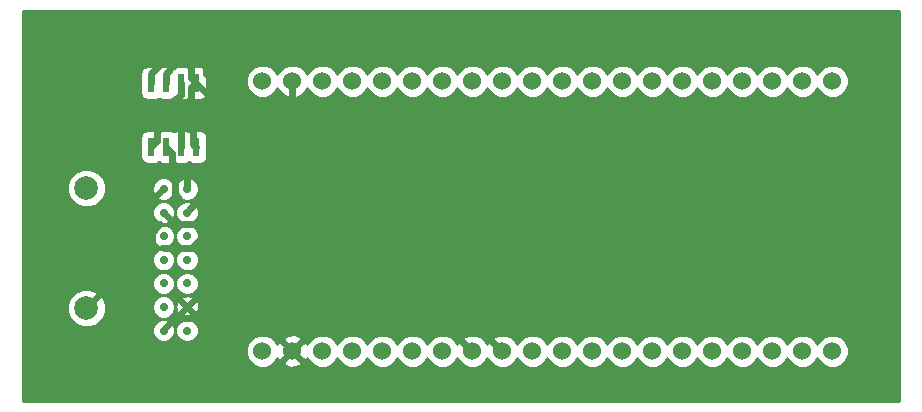
<source format=gtl>
G04 #@! TF.FileFunction,Copper,L1,Top,Signal*
%FSLAX46Y46*%
G04 Gerber Fmt 4.6, Leading zero omitted, Abs format (unit mm)*
G04 Created by KiCad (PCBNEW 4.0.0-rc2-stable) date 3/7/2016 10:16:44 PM*
%MOMM*%
G01*
G04 APERTURE LIST*
%ADD10C,0.600000*%
%ADD11C,1.524000*%
%ADD12R,0.600000X1.550000*%
%ADD13C,0.700000*%
%ADD14C,1.998980*%
%ADD15C,0.600000*%
%ADD16C,0.254000*%
G04 APERTURE END LIST*
D10*
D11*
X149771100Y-129133600D03*
X152311100Y-129133600D03*
X154851100Y-129133600D03*
X157391100Y-129133600D03*
X159931100Y-129133600D03*
X162471100Y-129133600D03*
X165011100Y-129133600D03*
X167551100Y-129133600D03*
X170091100Y-129133600D03*
X172631100Y-129133600D03*
X175171100Y-129133600D03*
X177711100Y-129133600D03*
X180251100Y-129133600D03*
X182791100Y-129133600D03*
X185331100Y-129133600D03*
X187871100Y-129133600D03*
X190411100Y-129133600D03*
X192951100Y-129133600D03*
X195491100Y-129133600D03*
X198031100Y-129133600D03*
X198031100Y-106273600D03*
X195491100Y-106273600D03*
X192951100Y-106273600D03*
X190411100Y-106273600D03*
X187871100Y-106273600D03*
X185331100Y-106273600D03*
X182791100Y-106273600D03*
X180251100Y-106273600D03*
X177711100Y-106273600D03*
X175171100Y-106273600D03*
X172631100Y-106273600D03*
X170091100Y-106273600D03*
X167551100Y-106273600D03*
X165011100Y-106273600D03*
X162471100Y-106273600D03*
X159931100Y-106273600D03*
X157391100Y-106273600D03*
X154851100Y-106273600D03*
X152311100Y-106273600D03*
X149771100Y-106273600D03*
D12*
X140373100Y-111848900D03*
X141643100Y-111848900D03*
X142913100Y-111848900D03*
X144183100Y-111848900D03*
X144183100Y-106448900D03*
X142913100Y-106448900D03*
X141643100Y-106448900D03*
X140373100Y-106448900D03*
D13*
X141408400Y-115406400D03*
X141408400Y-117406400D03*
X141408400Y-119406400D03*
X141408400Y-121406400D03*
X141408400Y-123406400D03*
X141408400Y-125406400D03*
X141408400Y-127406400D03*
X143408400Y-127406400D03*
X143408400Y-125406400D03*
X143408400Y-123406400D03*
X143408400Y-121406400D03*
X143408400Y-119406400D03*
X143408400Y-117406400D03*
X143408400Y-115406400D03*
D14*
X134874000Y-125501400D03*
X134874000Y-115341400D03*
D15*
X145415000Y-107569000D03*
X143383000Y-104775000D03*
X141224000Y-104775000D03*
X154686000Y-123317000D03*
X160528000Y-123317000D03*
X140843000Y-108839000D03*
X143891000Y-110363000D03*
X142875000Y-116459000D03*
X147320000Y-113030000D03*
X143383000Y-113665000D03*
X141859000Y-109855000D03*
X141097000Y-118364000D03*
X153924000Y-116332000D03*
X161544000Y-122936000D03*
X143764000Y-118364000D03*
X139192000Y-118745000D03*
X141478000Y-120396000D03*
X146812000Y-117348000D03*
X167640000Y-126746000D03*
D10*
X145415000Y-107569000D02*
X145288000Y-107569000D01*
X145288000Y-107569000D02*
X144145000Y-106426000D01*
X144145000Y-106426000D02*
X144183100Y-106448900D01*
X144183100Y-106448900D02*
X144145000Y-106426000D01*
X144145000Y-106426000D02*
X143764000Y-106807000D01*
X143764000Y-106807000D02*
X143764000Y-107823000D01*
X143764000Y-107823000D02*
X142875000Y-108712000D01*
X142875000Y-108712000D02*
X142875000Y-111887000D01*
X142875000Y-111887000D02*
X142913100Y-111848900D01*
X144183100Y-106448900D02*
X144145000Y-106426000D01*
X144145000Y-106426000D02*
X143764000Y-106045000D01*
X143764000Y-106045000D02*
X143764000Y-105156000D01*
X143764000Y-105156000D02*
X143383000Y-104775000D01*
X141224000Y-104775000D02*
X140335000Y-105664000D01*
X140335000Y-105664000D02*
X140335000Y-106426000D01*
X140335000Y-106426000D02*
X140373100Y-106448900D01*
X154686000Y-123317000D02*
X160528000Y-123317000D01*
X140373100Y-111848900D02*
X140843000Y-111379000D01*
X140843000Y-111379000D02*
X140843000Y-108839000D01*
X144183100Y-111848900D02*
X144018000Y-111760000D01*
X144018000Y-111760000D02*
X143891000Y-111633000D01*
X143891000Y-111633000D02*
X143891000Y-110363000D01*
X141643100Y-111848900D02*
X141732000Y-112014000D01*
X141732000Y-112014000D02*
X142113000Y-112395000D01*
X142113000Y-112395000D02*
X142113000Y-113157000D01*
X142113000Y-113157000D02*
X142367000Y-113411000D01*
X142367000Y-113411000D02*
X142367000Y-115697000D01*
X142367000Y-115697000D02*
X142494000Y-115824000D01*
X142494000Y-115824000D02*
X142494000Y-115951000D01*
X142494000Y-115951000D02*
X142621000Y-116078000D01*
X142621000Y-116078000D02*
X142621000Y-116205000D01*
X142621000Y-116205000D02*
X142875000Y-116459000D01*
X147320000Y-113030000D02*
X152273000Y-108077000D01*
X152273000Y-108077000D02*
X152273000Y-106299000D01*
X152273000Y-106299000D02*
X152311100Y-106273600D01*
X143408400Y-115406400D02*
X143383000Y-115443000D01*
X143383000Y-115443000D02*
X143383000Y-113665000D01*
X141859000Y-109855000D02*
X141859000Y-108458000D01*
X141859000Y-108458000D02*
X141986000Y-108331000D01*
X141986000Y-108331000D02*
X141986000Y-108204000D01*
X141986000Y-108204000D02*
X142113000Y-108077000D01*
X142113000Y-108077000D02*
X142113000Y-107950000D01*
X142113000Y-107950000D02*
X142240000Y-107950000D01*
X142240000Y-107950000D02*
X142367000Y-107823000D01*
X142367000Y-107823000D02*
X142494000Y-107823000D01*
X142494000Y-107823000D02*
X142875000Y-107442000D01*
X142875000Y-107442000D02*
X142875000Y-106426000D01*
X142875000Y-106426000D02*
X142913100Y-106448900D01*
X134874000Y-125501400D02*
X134874000Y-125476000D01*
X134874000Y-125476000D02*
X140462000Y-119888000D01*
X140462000Y-119888000D02*
X140462000Y-119126000D01*
X140462000Y-119126000D02*
X140589000Y-118999000D01*
X140589000Y-118999000D02*
X140589000Y-118872000D01*
X140589000Y-118872000D02*
X141097000Y-118364000D01*
X143408400Y-117406400D02*
X143383000Y-117348000D01*
X143383000Y-117348000D02*
X146304000Y-114427000D01*
X146304000Y-114427000D02*
X146304000Y-107061000D01*
X146304000Y-107061000D02*
X146177000Y-106934000D01*
X146177000Y-106934000D02*
X146177000Y-106807000D01*
X146177000Y-106807000D02*
X145034000Y-105664000D01*
X145034000Y-105664000D02*
X145034000Y-105156000D01*
X145034000Y-105156000D02*
X144653000Y-104775000D01*
X144653000Y-104775000D02*
X144653000Y-104648000D01*
X144653000Y-104648000D02*
X144526000Y-104521000D01*
X144526000Y-104521000D02*
X144526000Y-104394000D01*
X144526000Y-104394000D02*
X144399000Y-104394000D01*
X144399000Y-104394000D02*
X144272000Y-104267000D01*
X144272000Y-104267000D02*
X144145000Y-104267000D01*
X144145000Y-104267000D02*
X143637000Y-103759000D01*
X143637000Y-103759000D02*
X143129000Y-103759000D01*
X143129000Y-103759000D02*
X142113000Y-104775000D01*
X142113000Y-104775000D02*
X142113000Y-105029000D01*
X142113000Y-105029000D02*
X141986000Y-105156000D01*
X141986000Y-105156000D02*
X141986000Y-105283000D01*
X141986000Y-105283000D02*
X141605000Y-105664000D01*
X141605000Y-105664000D02*
X141605000Y-106426000D01*
X141605000Y-106426000D02*
X141643100Y-106448900D01*
X153924000Y-116332000D02*
X144145000Y-126111000D01*
X144145000Y-126111000D02*
X144018000Y-126111000D01*
X144018000Y-126111000D02*
X143891000Y-126238000D01*
X143891000Y-126238000D02*
X143764000Y-126238000D01*
X143764000Y-126238000D02*
X143637000Y-126365000D01*
X143637000Y-126365000D02*
X142367000Y-126365000D01*
X142367000Y-126365000D02*
X141351000Y-127381000D01*
X141351000Y-127381000D02*
X141408400Y-127406400D01*
X167551100Y-129133600D02*
X167513000Y-129159000D01*
X167513000Y-129159000D02*
X161544000Y-123190000D01*
X161544000Y-123190000D02*
X161544000Y-122936000D01*
X143764000Y-118364000D02*
X142367000Y-118364000D01*
X142367000Y-118364000D02*
X141351000Y-117348000D01*
X141351000Y-117348000D02*
X141408400Y-117406400D01*
X141408400Y-115406400D02*
X141351000Y-115443000D01*
X141351000Y-115443000D02*
X139192000Y-117602000D01*
X139192000Y-117602000D02*
X139192000Y-118745000D01*
X141478000Y-120396000D02*
X143764000Y-120396000D01*
X143764000Y-120396000D02*
X146812000Y-117348000D01*
X167640000Y-126746000D02*
X170053000Y-129159000D01*
X170053000Y-129159000D02*
X170091100Y-129133600D01*
D16*
G36*
X203695300Y-133337300D02*
X129552700Y-133337300D01*
X129552700Y-129410261D01*
X148373858Y-129410261D01*
X148586090Y-129923903D01*
X148978730Y-130317229D01*
X149492000Y-130530357D01*
X150047761Y-130530842D01*
X150561403Y-130318610D01*
X150766557Y-130113813D01*
X151510492Y-130113813D01*
X151579957Y-130355997D01*
X152103402Y-130542744D01*
X152658468Y-130514962D01*
X153042243Y-130355997D01*
X153111708Y-130113813D01*
X152311100Y-129313205D01*
X151510492Y-130113813D01*
X150766557Y-130113813D01*
X150954729Y-129925970D01*
X151034495Y-129733873D01*
X151088703Y-129864743D01*
X151330887Y-129934208D01*
X152131495Y-129133600D01*
X152490705Y-129133600D01*
X153291313Y-129934208D01*
X153533497Y-129864743D01*
X153583609Y-129724282D01*
X153666090Y-129923903D01*
X154058730Y-130317229D01*
X154572000Y-130530357D01*
X155127761Y-130530842D01*
X155641403Y-130318610D01*
X156034729Y-129925970D01*
X156121049Y-129718088D01*
X156206090Y-129923903D01*
X156598730Y-130317229D01*
X157112000Y-130530357D01*
X157667761Y-130530842D01*
X158181403Y-130318610D01*
X158574729Y-129925970D01*
X158661049Y-129718088D01*
X158746090Y-129923903D01*
X159138730Y-130317229D01*
X159652000Y-130530357D01*
X160207761Y-130530842D01*
X160721403Y-130318610D01*
X161114729Y-129925970D01*
X161201049Y-129718088D01*
X161286090Y-129923903D01*
X161678730Y-130317229D01*
X162192000Y-130530357D01*
X162747761Y-130530842D01*
X163261403Y-130318610D01*
X163654729Y-129925970D01*
X163741049Y-129718088D01*
X163826090Y-129923903D01*
X164218730Y-130317229D01*
X164732000Y-130530357D01*
X165287761Y-130530842D01*
X165801403Y-130318610D01*
X166194729Y-129925970D01*
X166281049Y-129718088D01*
X166366090Y-129923903D01*
X166758730Y-130317229D01*
X167272000Y-130530357D01*
X167827761Y-130530842D01*
X168341403Y-130318610D01*
X168734729Y-129925970D01*
X168821049Y-129718088D01*
X168906090Y-129923903D01*
X169298730Y-130317229D01*
X169812000Y-130530357D01*
X170367761Y-130530842D01*
X170881403Y-130318610D01*
X171274729Y-129925970D01*
X171361049Y-129718088D01*
X171446090Y-129923903D01*
X171838730Y-130317229D01*
X172352000Y-130530357D01*
X172907761Y-130530842D01*
X173421403Y-130318610D01*
X173814729Y-129925970D01*
X173901049Y-129718088D01*
X173986090Y-129923903D01*
X174378730Y-130317229D01*
X174892000Y-130530357D01*
X175447761Y-130530842D01*
X175961403Y-130318610D01*
X176354729Y-129925970D01*
X176441049Y-129718088D01*
X176526090Y-129923903D01*
X176918730Y-130317229D01*
X177432000Y-130530357D01*
X177987761Y-130530842D01*
X178501403Y-130318610D01*
X178894729Y-129925970D01*
X178981049Y-129718088D01*
X179066090Y-129923903D01*
X179458730Y-130317229D01*
X179972000Y-130530357D01*
X180527761Y-130530842D01*
X181041403Y-130318610D01*
X181434729Y-129925970D01*
X181521049Y-129718088D01*
X181606090Y-129923903D01*
X181998730Y-130317229D01*
X182512000Y-130530357D01*
X183067761Y-130530842D01*
X183581403Y-130318610D01*
X183974729Y-129925970D01*
X184061049Y-129718088D01*
X184146090Y-129923903D01*
X184538730Y-130317229D01*
X185052000Y-130530357D01*
X185607761Y-130530842D01*
X186121403Y-130318610D01*
X186514729Y-129925970D01*
X186601049Y-129718088D01*
X186686090Y-129923903D01*
X187078730Y-130317229D01*
X187592000Y-130530357D01*
X188147761Y-130530842D01*
X188661403Y-130318610D01*
X189054729Y-129925970D01*
X189141049Y-129718088D01*
X189226090Y-129923903D01*
X189618730Y-130317229D01*
X190132000Y-130530357D01*
X190687761Y-130530842D01*
X191201403Y-130318610D01*
X191594729Y-129925970D01*
X191681049Y-129718088D01*
X191766090Y-129923903D01*
X192158730Y-130317229D01*
X192672000Y-130530357D01*
X193227761Y-130530842D01*
X193741403Y-130318610D01*
X194134729Y-129925970D01*
X194221049Y-129718088D01*
X194306090Y-129923903D01*
X194698730Y-130317229D01*
X195212000Y-130530357D01*
X195767761Y-130530842D01*
X196281403Y-130318610D01*
X196674729Y-129925970D01*
X196761049Y-129718088D01*
X196846090Y-129923903D01*
X197238730Y-130317229D01*
X197752000Y-130530357D01*
X198307761Y-130530842D01*
X198821403Y-130318610D01*
X199214729Y-129925970D01*
X199427857Y-129412700D01*
X199428342Y-128856939D01*
X199216110Y-128343297D01*
X198823470Y-127949971D01*
X198310200Y-127736843D01*
X197754439Y-127736358D01*
X197240797Y-127948590D01*
X196847471Y-128341230D01*
X196761151Y-128549112D01*
X196676110Y-128343297D01*
X196283470Y-127949971D01*
X195770200Y-127736843D01*
X195214439Y-127736358D01*
X194700797Y-127948590D01*
X194307471Y-128341230D01*
X194221151Y-128549112D01*
X194136110Y-128343297D01*
X193743470Y-127949971D01*
X193230200Y-127736843D01*
X192674439Y-127736358D01*
X192160797Y-127948590D01*
X191767471Y-128341230D01*
X191681151Y-128549112D01*
X191596110Y-128343297D01*
X191203470Y-127949971D01*
X190690200Y-127736843D01*
X190134439Y-127736358D01*
X189620797Y-127948590D01*
X189227471Y-128341230D01*
X189141151Y-128549112D01*
X189056110Y-128343297D01*
X188663470Y-127949971D01*
X188150200Y-127736843D01*
X187594439Y-127736358D01*
X187080797Y-127948590D01*
X186687471Y-128341230D01*
X186601151Y-128549112D01*
X186516110Y-128343297D01*
X186123470Y-127949971D01*
X185610200Y-127736843D01*
X185054439Y-127736358D01*
X184540797Y-127948590D01*
X184147471Y-128341230D01*
X184061151Y-128549112D01*
X183976110Y-128343297D01*
X183583470Y-127949971D01*
X183070200Y-127736843D01*
X182514439Y-127736358D01*
X182000797Y-127948590D01*
X181607471Y-128341230D01*
X181521151Y-128549112D01*
X181436110Y-128343297D01*
X181043470Y-127949971D01*
X180530200Y-127736843D01*
X179974439Y-127736358D01*
X179460797Y-127948590D01*
X179067471Y-128341230D01*
X178981151Y-128549112D01*
X178896110Y-128343297D01*
X178503470Y-127949971D01*
X177990200Y-127736843D01*
X177434439Y-127736358D01*
X176920797Y-127948590D01*
X176527471Y-128341230D01*
X176441151Y-128549112D01*
X176356110Y-128343297D01*
X175963470Y-127949971D01*
X175450200Y-127736843D01*
X174894439Y-127736358D01*
X174380797Y-127948590D01*
X173987471Y-128341230D01*
X173901151Y-128549112D01*
X173816110Y-128343297D01*
X173423470Y-127949971D01*
X172910200Y-127736843D01*
X172354439Y-127736358D01*
X171840797Y-127948590D01*
X171447471Y-128341230D01*
X171361151Y-128549112D01*
X171276110Y-128343297D01*
X170883470Y-127949971D01*
X170370200Y-127736843D01*
X169814439Y-127736358D01*
X169300797Y-127948590D01*
X168907471Y-128341230D01*
X168821151Y-128549112D01*
X168736110Y-128343297D01*
X168343470Y-127949971D01*
X167830200Y-127736843D01*
X167274439Y-127736358D01*
X166760797Y-127948590D01*
X166367471Y-128341230D01*
X166281151Y-128549112D01*
X166196110Y-128343297D01*
X165803470Y-127949971D01*
X165290200Y-127736843D01*
X164734439Y-127736358D01*
X164220797Y-127948590D01*
X163827471Y-128341230D01*
X163741151Y-128549112D01*
X163656110Y-128343297D01*
X163263470Y-127949971D01*
X162750200Y-127736843D01*
X162194439Y-127736358D01*
X161680797Y-127948590D01*
X161287471Y-128341230D01*
X161201151Y-128549112D01*
X161116110Y-128343297D01*
X160723470Y-127949971D01*
X160210200Y-127736843D01*
X159654439Y-127736358D01*
X159140797Y-127948590D01*
X158747471Y-128341230D01*
X158661151Y-128549112D01*
X158576110Y-128343297D01*
X158183470Y-127949971D01*
X157670200Y-127736843D01*
X157114439Y-127736358D01*
X156600797Y-127948590D01*
X156207471Y-128341230D01*
X156121151Y-128549112D01*
X156036110Y-128343297D01*
X155643470Y-127949971D01*
X155130200Y-127736843D01*
X154574439Y-127736358D01*
X154060797Y-127948590D01*
X153667471Y-128341230D01*
X153587705Y-128533327D01*
X153533497Y-128402457D01*
X153291313Y-128332992D01*
X152490705Y-129133600D01*
X152131495Y-129133600D01*
X151330887Y-128332992D01*
X151088703Y-128402457D01*
X151038591Y-128542918D01*
X150956110Y-128343297D01*
X150766532Y-128153387D01*
X151510492Y-128153387D01*
X152311100Y-128953995D01*
X153111708Y-128153387D01*
X153042243Y-127911203D01*
X152518798Y-127724456D01*
X151963732Y-127752238D01*
X151579957Y-127911203D01*
X151510492Y-128153387D01*
X150766532Y-128153387D01*
X150563470Y-127949971D01*
X150050200Y-127736843D01*
X149494439Y-127736358D01*
X148980797Y-127948590D01*
X148587471Y-128341230D01*
X148374343Y-128854500D01*
X148373858Y-129410261D01*
X129552700Y-129410261D01*
X129552700Y-127601469D01*
X140423230Y-127601469D01*
X140572871Y-127963629D01*
X140849714Y-128240955D01*
X141211612Y-128391228D01*
X141603469Y-128391570D01*
X141965629Y-128241929D01*
X142242955Y-127965086D01*
X142393228Y-127603188D01*
X142393229Y-127601469D01*
X142423230Y-127601469D01*
X142572871Y-127963629D01*
X142849714Y-128240955D01*
X143211612Y-128391228D01*
X143603469Y-128391570D01*
X143965629Y-128241929D01*
X144242955Y-127965086D01*
X144393228Y-127603188D01*
X144393570Y-127211331D01*
X144243929Y-126849171D01*
X143967086Y-126571845D01*
X143605188Y-126421572D01*
X143213331Y-126421230D01*
X142851171Y-126570871D01*
X142573845Y-126847714D01*
X142423572Y-127209612D01*
X142423230Y-127601469D01*
X142393229Y-127601469D01*
X142393570Y-127211331D01*
X142243929Y-126849171D01*
X141967086Y-126571845D01*
X141605188Y-126421572D01*
X141213331Y-126421230D01*
X140851171Y-126570871D01*
X140573845Y-126847714D01*
X140423572Y-127209612D01*
X140423230Y-127601469D01*
X129552700Y-127601469D01*
X129552700Y-125825094D01*
X133239226Y-125825094D01*
X133487538Y-126426055D01*
X133946927Y-126886246D01*
X134547453Y-127135606D01*
X135197694Y-127136174D01*
X135798655Y-126887862D01*
X136258846Y-126428473D01*
X136508206Y-125827947D01*
X136508403Y-125601469D01*
X140423230Y-125601469D01*
X140572871Y-125963629D01*
X140849714Y-126240955D01*
X141211612Y-126391228D01*
X141603469Y-126391570D01*
X141965629Y-126241929D01*
X142120515Y-126087312D01*
X142907093Y-126087312D01*
X142925573Y-126287020D01*
X143299325Y-126404757D01*
X143689682Y-126370503D01*
X143891227Y-126287020D01*
X143909707Y-126087312D01*
X143408400Y-125586005D01*
X142907093Y-126087312D01*
X142120515Y-126087312D01*
X142242955Y-125965086D01*
X142393228Y-125603188D01*
X142393494Y-125297325D01*
X142410043Y-125297325D01*
X142444297Y-125687682D01*
X142527780Y-125889227D01*
X142727488Y-125907707D01*
X143228795Y-125406400D01*
X143588005Y-125406400D01*
X144089312Y-125907707D01*
X144289020Y-125889227D01*
X144406757Y-125515475D01*
X144372503Y-125125118D01*
X144289020Y-124923573D01*
X144089312Y-124905093D01*
X143588005Y-125406400D01*
X143228795Y-125406400D01*
X142727488Y-124905093D01*
X142527780Y-124923573D01*
X142410043Y-125297325D01*
X142393494Y-125297325D01*
X142393570Y-125211331D01*
X142243929Y-124849171D01*
X142120462Y-124725488D01*
X142907093Y-124725488D01*
X143408400Y-125226795D01*
X143909707Y-124725488D01*
X143891227Y-124525780D01*
X143517475Y-124408043D01*
X143127118Y-124442297D01*
X142925573Y-124525780D01*
X142907093Y-124725488D01*
X142120462Y-124725488D01*
X141967086Y-124571845D01*
X141605188Y-124421572D01*
X141213331Y-124421230D01*
X140851171Y-124570871D01*
X140573845Y-124847714D01*
X140423572Y-125209612D01*
X140423230Y-125601469D01*
X136508403Y-125601469D01*
X136508774Y-125177706D01*
X136260462Y-124576745D01*
X135801073Y-124116554D01*
X135200547Y-123867194D01*
X134550306Y-123866626D01*
X133949345Y-124114938D01*
X133489154Y-124574327D01*
X133239794Y-125174853D01*
X133239226Y-125825094D01*
X129552700Y-125825094D01*
X129552700Y-123601469D01*
X140423230Y-123601469D01*
X140572871Y-123963629D01*
X140849714Y-124240955D01*
X141211612Y-124391228D01*
X141603469Y-124391570D01*
X141965629Y-124241929D01*
X142242955Y-123965086D01*
X142393228Y-123603188D01*
X142393229Y-123601469D01*
X142423230Y-123601469D01*
X142572871Y-123963629D01*
X142849714Y-124240955D01*
X143211612Y-124391228D01*
X143603469Y-124391570D01*
X143965629Y-124241929D01*
X144242955Y-123965086D01*
X144393228Y-123603188D01*
X144393570Y-123211331D01*
X144243929Y-122849171D01*
X143967086Y-122571845D01*
X143605188Y-122421572D01*
X143213331Y-122421230D01*
X142851171Y-122570871D01*
X142573845Y-122847714D01*
X142423572Y-123209612D01*
X142423230Y-123601469D01*
X142393229Y-123601469D01*
X142393570Y-123211331D01*
X142243929Y-122849171D01*
X141967086Y-122571845D01*
X141605188Y-122421572D01*
X141213331Y-122421230D01*
X140851171Y-122570871D01*
X140573845Y-122847714D01*
X140423572Y-123209612D01*
X140423230Y-123601469D01*
X129552700Y-123601469D01*
X129552700Y-121601469D01*
X140423230Y-121601469D01*
X140572871Y-121963629D01*
X140849714Y-122240955D01*
X141211612Y-122391228D01*
X141603469Y-122391570D01*
X141965629Y-122241929D01*
X142242955Y-121965086D01*
X142393228Y-121603188D01*
X142393229Y-121601469D01*
X142423230Y-121601469D01*
X142572871Y-121963629D01*
X142849714Y-122240955D01*
X143211612Y-122391228D01*
X143603469Y-122391570D01*
X143965629Y-122241929D01*
X144242955Y-121965086D01*
X144393228Y-121603188D01*
X144393570Y-121211331D01*
X144243929Y-120849171D01*
X143967086Y-120571845D01*
X143605188Y-120421572D01*
X143213331Y-120421230D01*
X142851171Y-120570871D01*
X142573845Y-120847714D01*
X142423572Y-121209612D01*
X142423230Y-121601469D01*
X142393229Y-121601469D01*
X142393570Y-121211331D01*
X142243929Y-120849171D01*
X141967086Y-120571845D01*
X141605188Y-120421572D01*
X141213331Y-120421230D01*
X140851171Y-120570871D01*
X140573845Y-120847714D01*
X140423572Y-121209612D01*
X140423230Y-121601469D01*
X129552700Y-121601469D01*
X129552700Y-119601469D01*
X140423230Y-119601469D01*
X140572871Y-119963629D01*
X140849714Y-120240955D01*
X141211612Y-120391228D01*
X141603469Y-120391570D01*
X141965629Y-120241929D01*
X142242955Y-119965086D01*
X142393228Y-119603188D01*
X142393229Y-119601469D01*
X142423230Y-119601469D01*
X142572871Y-119963629D01*
X142849714Y-120240955D01*
X143211612Y-120391228D01*
X143603469Y-120391570D01*
X143965629Y-120241929D01*
X144242955Y-119965086D01*
X144393228Y-119603188D01*
X144393570Y-119211331D01*
X144243929Y-118849171D01*
X143967086Y-118571845D01*
X143605188Y-118421572D01*
X143213331Y-118421230D01*
X142851171Y-118570871D01*
X142573845Y-118847714D01*
X142423572Y-119209612D01*
X142423230Y-119601469D01*
X142393229Y-119601469D01*
X142393570Y-119211331D01*
X142243929Y-118849171D01*
X141967086Y-118571845D01*
X141605188Y-118421572D01*
X141213331Y-118421230D01*
X140851171Y-118570871D01*
X140573845Y-118847714D01*
X140423572Y-119209612D01*
X140423230Y-119601469D01*
X129552700Y-119601469D01*
X129552700Y-117601469D01*
X140423230Y-117601469D01*
X140572871Y-117963629D01*
X140849714Y-118240955D01*
X141211612Y-118391228D01*
X141603469Y-118391570D01*
X141965629Y-118241929D01*
X142242955Y-117965086D01*
X142393228Y-117603188D01*
X142393229Y-117601469D01*
X142423230Y-117601469D01*
X142572871Y-117963629D01*
X142849714Y-118240955D01*
X143211612Y-118391228D01*
X143603469Y-118391570D01*
X143965629Y-118241929D01*
X144242955Y-117965086D01*
X144393228Y-117603188D01*
X144393570Y-117211331D01*
X144243929Y-116849171D01*
X143967086Y-116571845D01*
X143605188Y-116421572D01*
X143213331Y-116421230D01*
X142851171Y-116570871D01*
X142573845Y-116847714D01*
X142423572Y-117209612D01*
X142423230Y-117601469D01*
X142393229Y-117601469D01*
X142393570Y-117211331D01*
X142243929Y-116849171D01*
X141967086Y-116571845D01*
X141605188Y-116421572D01*
X141213331Y-116421230D01*
X140851171Y-116570871D01*
X140573845Y-116847714D01*
X140423572Y-117209612D01*
X140423230Y-117601469D01*
X129552700Y-117601469D01*
X129552700Y-115665094D01*
X133239226Y-115665094D01*
X133487538Y-116266055D01*
X133946927Y-116726246D01*
X134547453Y-116975606D01*
X135197694Y-116976174D01*
X135798655Y-116727862D01*
X136258846Y-116268473D01*
X136508206Y-115667947D01*
X136508264Y-115601469D01*
X140423230Y-115601469D01*
X140572871Y-115963629D01*
X140849714Y-116240955D01*
X141211612Y-116391228D01*
X141603469Y-116391570D01*
X141965629Y-116241929D01*
X142242955Y-115965086D01*
X142393228Y-115603188D01*
X142393229Y-115601469D01*
X142423230Y-115601469D01*
X142572871Y-115963629D01*
X142849714Y-116240955D01*
X143211612Y-116391228D01*
X143603469Y-116391570D01*
X143965629Y-116241929D01*
X144242955Y-115965086D01*
X144393228Y-115603188D01*
X144393570Y-115211331D01*
X144243929Y-114849171D01*
X143967086Y-114571845D01*
X143605188Y-114421572D01*
X143213331Y-114421230D01*
X142851171Y-114570871D01*
X142573845Y-114847714D01*
X142423572Y-115209612D01*
X142423230Y-115601469D01*
X142393229Y-115601469D01*
X142393570Y-115211331D01*
X142243929Y-114849171D01*
X141967086Y-114571845D01*
X141605188Y-114421572D01*
X141213331Y-114421230D01*
X140851171Y-114570871D01*
X140573845Y-114847714D01*
X140423572Y-115209612D01*
X140423230Y-115601469D01*
X136508264Y-115601469D01*
X136508774Y-115017706D01*
X136260462Y-114416745D01*
X135801073Y-113956554D01*
X135200547Y-113707194D01*
X134550306Y-113706626D01*
X133949345Y-113954938D01*
X133489154Y-114414327D01*
X133239794Y-115014853D01*
X133239226Y-115665094D01*
X129552700Y-115665094D01*
X129552700Y-111073900D01*
X139425660Y-111073900D01*
X139425660Y-112623900D01*
X139469938Y-112859217D01*
X139609010Y-113075341D01*
X139821210Y-113220331D01*
X140073100Y-113271340D01*
X140673100Y-113271340D01*
X140908417Y-113227062D01*
X141007628Y-113163222D01*
X141091210Y-113220331D01*
X141343100Y-113271340D01*
X141943100Y-113271340D01*
X142178417Y-113227062D01*
X142277628Y-113163222D01*
X142361210Y-113220331D01*
X142613100Y-113271340D01*
X143213100Y-113271340D01*
X143448417Y-113227062D01*
X143547628Y-113163222D01*
X143631210Y-113220331D01*
X143883100Y-113271340D01*
X144483100Y-113271340D01*
X144718417Y-113227062D01*
X144934541Y-113087990D01*
X145079531Y-112875790D01*
X145130540Y-112623900D01*
X145130540Y-111073900D01*
X145086262Y-110838583D01*
X144947190Y-110622459D01*
X144734990Y-110477469D01*
X144483100Y-110426460D01*
X143883100Y-110426460D01*
X143647783Y-110470738D01*
X143548572Y-110534578D01*
X143464990Y-110477469D01*
X143213100Y-110426460D01*
X142613100Y-110426460D01*
X142377783Y-110470738D01*
X142278572Y-110534578D01*
X142194990Y-110477469D01*
X141943100Y-110426460D01*
X141343100Y-110426460D01*
X141107783Y-110470738D01*
X141008572Y-110534578D01*
X140924990Y-110477469D01*
X140673100Y-110426460D01*
X140073100Y-110426460D01*
X139837783Y-110470738D01*
X139621659Y-110609810D01*
X139476669Y-110822010D01*
X139425660Y-111073900D01*
X129552700Y-111073900D01*
X129552700Y-105673900D01*
X139425660Y-105673900D01*
X139425660Y-107223900D01*
X139469938Y-107459217D01*
X139609010Y-107675341D01*
X139821210Y-107820331D01*
X140073100Y-107871340D01*
X140673100Y-107871340D01*
X140908417Y-107827062D01*
X141007628Y-107763222D01*
X141091210Y-107820331D01*
X141343100Y-107871340D01*
X141943100Y-107871340D01*
X142178417Y-107827062D01*
X142277628Y-107763222D01*
X142361210Y-107820331D01*
X142613100Y-107871340D01*
X143213100Y-107871340D01*
X143448417Y-107827062D01*
X143547628Y-107763222D01*
X143631210Y-107820331D01*
X143883100Y-107871340D01*
X144483100Y-107871340D01*
X144718417Y-107827062D01*
X144934541Y-107687990D01*
X145079531Y-107475790D01*
X145130540Y-107223900D01*
X145130540Y-106550261D01*
X148373858Y-106550261D01*
X148586090Y-107063903D01*
X148978730Y-107457229D01*
X149492000Y-107670357D01*
X150047761Y-107670842D01*
X150561403Y-107458610D01*
X150954729Y-107065970D01*
X151041049Y-106858088D01*
X151126090Y-107063903D01*
X151518730Y-107457229D01*
X152032000Y-107670357D01*
X152587761Y-107670842D01*
X153101403Y-107458610D01*
X153494729Y-107065970D01*
X153581049Y-106858088D01*
X153666090Y-107063903D01*
X154058730Y-107457229D01*
X154572000Y-107670357D01*
X155127761Y-107670842D01*
X155641403Y-107458610D01*
X156034729Y-107065970D01*
X156121049Y-106858088D01*
X156206090Y-107063903D01*
X156598730Y-107457229D01*
X157112000Y-107670357D01*
X157667761Y-107670842D01*
X158181403Y-107458610D01*
X158574729Y-107065970D01*
X158661049Y-106858088D01*
X158746090Y-107063903D01*
X159138730Y-107457229D01*
X159652000Y-107670357D01*
X160207761Y-107670842D01*
X160721403Y-107458610D01*
X161114729Y-107065970D01*
X161201049Y-106858088D01*
X161286090Y-107063903D01*
X161678730Y-107457229D01*
X162192000Y-107670357D01*
X162747761Y-107670842D01*
X163261403Y-107458610D01*
X163654729Y-107065970D01*
X163741049Y-106858088D01*
X163826090Y-107063903D01*
X164218730Y-107457229D01*
X164732000Y-107670357D01*
X165287761Y-107670842D01*
X165801403Y-107458610D01*
X166194729Y-107065970D01*
X166281049Y-106858088D01*
X166366090Y-107063903D01*
X166758730Y-107457229D01*
X167272000Y-107670357D01*
X167827761Y-107670842D01*
X168341403Y-107458610D01*
X168734729Y-107065970D01*
X168821049Y-106858088D01*
X168906090Y-107063903D01*
X169298730Y-107457229D01*
X169812000Y-107670357D01*
X170367761Y-107670842D01*
X170881403Y-107458610D01*
X171274729Y-107065970D01*
X171361049Y-106858088D01*
X171446090Y-107063903D01*
X171838730Y-107457229D01*
X172352000Y-107670357D01*
X172907761Y-107670842D01*
X173421403Y-107458610D01*
X173814729Y-107065970D01*
X173901049Y-106858088D01*
X173986090Y-107063903D01*
X174378730Y-107457229D01*
X174892000Y-107670357D01*
X175447761Y-107670842D01*
X175961403Y-107458610D01*
X176354729Y-107065970D01*
X176441049Y-106858088D01*
X176526090Y-107063903D01*
X176918730Y-107457229D01*
X177432000Y-107670357D01*
X177987761Y-107670842D01*
X178501403Y-107458610D01*
X178894729Y-107065970D01*
X178981049Y-106858088D01*
X179066090Y-107063903D01*
X179458730Y-107457229D01*
X179972000Y-107670357D01*
X180527761Y-107670842D01*
X181041403Y-107458610D01*
X181434729Y-107065970D01*
X181521049Y-106858088D01*
X181606090Y-107063903D01*
X181998730Y-107457229D01*
X182512000Y-107670357D01*
X183067761Y-107670842D01*
X183581403Y-107458610D01*
X183974729Y-107065970D01*
X184061049Y-106858088D01*
X184146090Y-107063903D01*
X184538730Y-107457229D01*
X185052000Y-107670357D01*
X185607761Y-107670842D01*
X186121403Y-107458610D01*
X186514729Y-107065970D01*
X186601049Y-106858088D01*
X186686090Y-107063903D01*
X187078730Y-107457229D01*
X187592000Y-107670357D01*
X188147761Y-107670842D01*
X188661403Y-107458610D01*
X189054729Y-107065970D01*
X189141049Y-106858088D01*
X189226090Y-107063903D01*
X189618730Y-107457229D01*
X190132000Y-107670357D01*
X190687761Y-107670842D01*
X191201403Y-107458610D01*
X191594729Y-107065970D01*
X191681049Y-106858088D01*
X191766090Y-107063903D01*
X192158730Y-107457229D01*
X192672000Y-107670357D01*
X193227761Y-107670842D01*
X193741403Y-107458610D01*
X194134729Y-107065970D01*
X194221049Y-106858088D01*
X194306090Y-107063903D01*
X194698730Y-107457229D01*
X195212000Y-107670357D01*
X195767761Y-107670842D01*
X196281403Y-107458610D01*
X196674729Y-107065970D01*
X196761049Y-106858088D01*
X196846090Y-107063903D01*
X197238730Y-107457229D01*
X197752000Y-107670357D01*
X198307761Y-107670842D01*
X198821403Y-107458610D01*
X199214729Y-107065970D01*
X199427857Y-106552700D01*
X199428342Y-105996939D01*
X199216110Y-105483297D01*
X198823470Y-105089971D01*
X198310200Y-104876843D01*
X197754439Y-104876358D01*
X197240797Y-105088590D01*
X196847471Y-105481230D01*
X196761151Y-105689112D01*
X196676110Y-105483297D01*
X196283470Y-105089971D01*
X195770200Y-104876843D01*
X195214439Y-104876358D01*
X194700797Y-105088590D01*
X194307471Y-105481230D01*
X194221151Y-105689112D01*
X194136110Y-105483297D01*
X193743470Y-105089971D01*
X193230200Y-104876843D01*
X192674439Y-104876358D01*
X192160797Y-105088590D01*
X191767471Y-105481230D01*
X191681151Y-105689112D01*
X191596110Y-105483297D01*
X191203470Y-105089971D01*
X190690200Y-104876843D01*
X190134439Y-104876358D01*
X189620797Y-105088590D01*
X189227471Y-105481230D01*
X189141151Y-105689112D01*
X189056110Y-105483297D01*
X188663470Y-105089971D01*
X188150200Y-104876843D01*
X187594439Y-104876358D01*
X187080797Y-105088590D01*
X186687471Y-105481230D01*
X186601151Y-105689112D01*
X186516110Y-105483297D01*
X186123470Y-105089971D01*
X185610200Y-104876843D01*
X185054439Y-104876358D01*
X184540797Y-105088590D01*
X184147471Y-105481230D01*
X184061151Y-105689112D01*
X183976110Y-105483297D01*
X183583470Y-105089971D01*
X183070200Y-104876843D01*
X182514439Y-104876358D01*
X182000797Y-105088590D01*
X181607471Y-105481230D01*
X181521151Y-105689112D01*
X181436110Y-105483297D01*
X181043470Y-105089971D01*
X180530200Y-104876843D01*
X179974439Y-104876358D01*
X179460797Y-105088590D01*
X179067471Y-105481230D01*
X178981151Y-105689112D01*
X178896110Y-105483297D01*
X178503470Y-105089971D01*
X177990200Y-104876843D01*
X177434439Y-104876358D01*
X176920797Y-105088590D01*
X176527471Y-105481230D01*
X176441151Y-105689112D01*
X176356110Y-105483297D01*
X175963470Y-105089971D01*
X175450200Y-104876843D01*
X174894439Y-104876358D01*
X174380797Y-105088590D01*
X173987471Y-105481230D01*
X173901151Y-105689112D01*
X173816110Y-105483297D01*
X173423470Y-105089971D01*
X172910200Y-104876843D01*
X172354439Y-104876358D01*
X171840797Y-105088590D01*
X171447471Y-105481230D01*
X171361151Y-105689112D01*
X171276110Y-105483297D01*
X170883470Y-105089971D01*
X170370200Y-104876843D01*
X169814439Y-104876358D01*
X169300797Y-105088590D01*
X168907471Y-105481230D01*
X168821151Y-105689112D01*
X168736110Y-105483297D01*
X168343470Y-105089971D01*
X167830200Y-104876843D01*
X167274439Y-104876358D01*
X166760797Y-105088590D01*
X166367471Y-105481230D01*
X166281151Y-105689112D01*
X166196110Y-105483297D01*
X165803470Y-105089971D01*
X165290200Y-104876843D01*
X164734439Y-104876358D01*
X164220797Y-105088590D01*
X163827471Y-105481230D01*
X163741151Y-105689112D01*
X163656110Y-105483297D01*
X163263470Y-105089971D01*
X162750200Y-104876843D01*
X162194439Y-104876358D01*
X161680797Y-105088590D01*
X161287471Y-105481230D01*
X161201151Y-105689112D01*
X161116110Y-105483297D01*
X160723470Y-105089971D01*
X160210200Y-104876843D01*
X159654439Y-104876358D01*
X159140797Y-105088590D01*
X158747471Y-105481230D01*
X158661151Y-105689112D01*
X158576110Y-105483297D01*
X158183470Y-105089971D01*
X157670200Y-104876843D01*
X157114439Y-104876358D01*
X156600797Y-105088590D01*
X156207471Y-105481230D01*
X156121151Y-105689112D01*
X156036110Y-105483297D01*
X155643470Y-105089971D01*
X155130200Y-104876843D01*
X154574439Y-104876358D01*
X154060797Y-105088590D01*
X153667471Y-105481230D01*
X153581151Y-105689112D01*
X153496110Y-105483297D01*
X153103470Y-105089971D01*
X152590200Y-104876843D01*
X152034439Y-104876358D01*
X151520797Y-105088590D01*
X151127471Y-105481230D01*
X151041151Y-105689112D01*
X150956110Y-105483297D01*
X150563470Y-105089971D01*
X150050200Y-104876843D01*
X149494439Y-104876358D01*
X148980797Y-105088590D01*
X148587471Y-105481230D01*
X148374343Y-105994500D01*
X148373858Y-106550261D01*
X145130540Y-106550261D01*
X145130540Y-105673900D01*
X145086262Y-105438583D01*
X144947190Y-105222459D01*
X144734990Y-105077469D01*
X144483100Y-105026460D01*
X143883100Y-105026460D01*
X143647783Y-105070738D01*
X143548572Y-105134578D01*
X143464990Y-105077469D01*
X143213100Y-105026460D01*
X142613100Y-105026460D01*
X142377783Y-105070738D01*
X142278572Y-105134578D01*
X142194990Y-105077469D01*
X141943100Y-105026460D01*
X141343100Y-105026460D01*
X141107783Y-105070738D01*
X141008572Y-105134578D01*
X140924990Y-105077469D01*
X140673100Y-105026460D01*
X140073100Y-105026460D01*
X139837783Y-105070738D01*
X139621659Y-105209810D01*
X139476669Y-105422010D01*
X139425660Y-105673900D01*
X129552700Y-105673900D01*
X129552700Y-100342700D01*
X203695300Y-100342700D01*
X203695300Y-133337300D01*
X203695300Y-133337300D01*
G37*
X203695300Y-133337300D02*
X129552700Y-133337300D01*
X129552700Y-129410261D01*
X148373858Y-129410261D01*
X148586090Y-129923903D01*
X148978730Y-130317229D01*
X149492000Y-130530357D01*
X150047761Y-130530842D01*
X150561403Y-130318610D01*
X150766557Y-130113813D01*
X151510492Y-130113813D01*
X151579957Y-130355997D01*
X152103402Y-130542744D01*
X152658468Y-130514962D01*
X153042243Y-130355997D01*
X153111708Y-130113813D01*
X152311100Y-129313205D01*
X151510492Y-130113813D01*
X150766557Y-130113813D01*
X150954729Y-129925970D01*
X151034495Y-129733873D01*
X151088703Y-129864743D01*
X151330887Y-129934208D01*
X152131495Y-129133600D01*
X152490705Y-129133600D01*
X153291313Y-129934208D01*
X153533497Y-129864743D01*
X153583609Y-129724282D01*
X153666090Y-129923903D01*
X154058730Y-130317229D01*
X154572000Y-130530357D01*
X155127761Y-130530842D01*
X155641403Y-130318610D01*
X156034729Y-129925970D01*
X156121049Y-129718088D01*
X156206090Y-129923903D01*
X156598730Y-130317229D01*
X157112000Y-130530357D01*
X157667761Y-130530842D01*
X158181403Y-130318610D01*
X158574729Y-129925970D01*
X158661049Y-129718088D01*
X158746090Y-129923903D01*
X159138730Y-130317229D01*
X159652000Y-130530357D01*
X160207761Y-130530842D01*
X160721403Y-130318610D01*
X161114729Y-129925970D01*
X161201049Y-129718088D01*
X161286090Y-129923903D01*
X161678730Y-130317229D01*
X162192000Y-130530357D01*
X162747761Y-130530842D01*
X163261403Y-130318610D01*
X163654729Y-129925970D01*
X163741049Y-129718088D01*
X163826090Y-129923903D01*
X164218730Y-130317229D01*
X164732000Y-130530357D01*
X165287761Y-130530842D01*
X165801403Y-130318610D01*
X166194729Y-129925970D01*
X166281049Y-129718088D01*
X166366090Y-129923903D01*
X166758730Y-130317229D01*
X167272000Y-130530357D01*
X167827761Y-130530842D01*
X168341403Y-130318610D01*
X168734729Y-129925970D01*
X168821049Y-129718088D01*
X168906090Y-129923903D01*
X169298730Y-130317229D01*
X169812000Y-130530357D01*
X170367761Y-130530842D01*
X170881403Y-130318610D01*
X171274729Y-129925970D01*
X171361049Y-129718088D01*
X171446090Y-129923903D01*
X171838730Y-130317229D01*
X172352000Y-130530357D01*
X172907761Y-130530842D01*
X173421403Y-130318610D01*
X173814729Y-129925970D01*
X173901049Y-129718088D01*
X173986090Y-129923903D01*
X174378730Y-130317229D01*
X174892000Y-130530357D01*
X175447761Y-130530842D01*
X175961403Y-130318610D01*
X176354729Y-129925970D01*
X176441049Y-129718088D01*
X176526090Y-129923903D01*
X176918730Y-130317229D01*
X177432000Y-130530357D01*
X177987761Y-130530842D01*
X178501403Y-130318610D01*
X178894729Y-129925970D01*
X178981049Y-129718088D01*
X179066090Y-129923903D01*
X179458730Y-130317229D01*
X179972000Y-130530357D01*
X180527761Y-130530842D01*
X181041403Y-130318610D01*
X181434729Y-129925970D01*
X181521049Y-129718088D01*
X181606090Y-129923903D01*
X181998730Y-130317229D01*
X182512000Y-130530357D01*
X183067761Y-130530842D01*
X183581403Y-130318610D01*
X183974729Y-129925970D01*
X184061049Y-129718088D01*
X184146090Y-129923903D01*
X184538730Y-130317229D01*
X185052000Y-130530357D01*
X185607761Y-130530842D01*
X186121403Y-130318610D01*
X186514729Y-129925970D01*
X186601049Y-129718088D01*
X186686090Y-129923903D01*
X187078730Y-130317229D01*
X187592000Y-130530357D01*
X188147761Y-130530842D01*
X188661403Y-130318610D01*
X189054729Y-129925970D01*
X189141049Y-129718088D01*
X189226090Y-129923903D01*
X189618730Y-130317229D01*
X190132000Y-130530357D01*
X190687761Y-130530842D01*
X191201403Y-130318610D01*
X191594729Y-129925970D01*
X191681049Y-129718088D01*
X191766090Y-129923903D01*
X192158730Y-130317229D01*
X192672000Y-130530357D01*
X193227761Y-130530842D01*
X193741403Y-130318610D01*
X194134729Y-129925970D01*
X194221049Y-129718088D01*
X194306090Y-129923903D01*
X194698730Y-130317229D01*
X195212000Y-130530357D01*
X195767761Y-130530842D01*
X196281403Y-130318610D01*
X196674729Y-129925970D01*
X196761049Y-129718088D01*
X196846090Y-129923903D01*
X197238730Y-130317229D01*
X197752000Y-130530357D01*
X198307761Y-130530842D01*
X198821403Y-130318610D01*
X199214729Y-129925970D01*
X199427857Y-129412700D01*
X199428342Y-128856939D01*
X199216110Y-128343297D01*
X198823470Y-127949971D01*
X198310200Y-127736843D01*
X197754439Y-127736358D01*
X197240797Y-127948590D01*
X196847471Y-128341230D01*
X196761151Y-128549112D01*
X196676110Y-128343297D01*
X196283470Y-127949971D01*
X195770200Y-127736843D01*
X195214439Y-127736358D01*
X194700797Y-127948590D01*
X194307471Y-128341230D01*
X194221151Y-128549112D01*
X194136110Y-128343297D01*
X193743470Y-127949971D01*
X193230200Y-127736843D01*
X192674439Y-127736358D01*
X192160797Y-127948590D01*
X191767471Y-128341230D01*
X191681151Y-128549112D01*
X191596110Y-128343297D01*
X191203470Y-127949971D01*
X190690200Y-127736843D01*
X190134439Y-127736358D01*
X189620797Y-127948590D01*
X189227471Y-128341230D01*
X189141151Y-128549112D01*
X189056110Y-128343297D01*
X188663470Y-127949971D01*
X188150200Y-127736843D01*
X187594439Y-127736358D01*
X187080797Y-127948590D01*
X186687471Y-128341230D01*
X186601151Y-128549112D01*
X186516110Y-128343297D01*
X186123470Y-127949971D01*
X185610200Y-127736843D01*
X185054439Y-127736358D01*
X184540797Y-127948590D01*
X184147471Y-128341230D01*
X184061151Y-128549112D01*
X183976110Y-128343297D01*
X183583470Y-127949971D01*
X183070200Y-127736843D01*
X182514439Y-127736358D01*
X182000797Y-127948590D01*
X181607471Y-128341230D01*
X181521151Y-128549112D01*
X181436110Y-128343297D01*
X181043470Y-127949971D01*
X180530200Y-127736843D01*
X179974439Y-127736358D01*
X179460797Y-127948590D01*
X179067471Y-128341230D01*
X178981151Y-128549112D01*
X178896110Y-128343297D01*
X178503470Y-127949971D01*
X177990200Y-127736843D01*
X177434439Y-127736358D01*
X176920797Y-127948590D01*
X176527471Y-128341230D01*
X176441151Y-128549112D01*
X176356110Y-128343297D01*
X175963470Y-127949971D01*
X175450200Y-127736843D01*
X174894439Y-127736358D01*
X174380797Y-127948590D01*
X173987471Y-128341230D01*
X173901151Y-128549112D01*
X173816110Y-128343297D01*
X173423470Y-127949971D01*
X172910200Y-127736843D01*
X172354439Y-127736358D01*
X171840797Y-127948590D01*
X171447471Y-128341230D01*
X171361151Y-128549112D01*
X171276110Y-128343297D01*
X170883470Y-127949971D01*
X170370200Y-127736843D01*
X169814439Y-127736358D01*
X169300797Y-127948590D01*
X168907471Y-128341230D01*
X168821151Y-128549112D01*
X168736110Y-128343297D01*
X168343470Y-127949971D01*
X167830200Y-127736843D01*
X167274439Y-127736358D01*
X166760797Y-127948590D01*
X166367471Y-128341230D01*
X166281151Y-128549112D01*
X166196110Y-128343297D01*
X165803470Y-127949971D01*
X165290200Y-127736843D01*
X164734439Y-127736358D01*
X164220797Y-127948590D01*
X163827471Y-128341230D01*
X163741151Y-128549112D01*
X163656110Y-128343297D01*
X163263470Y-127949971D01*
X162750200Y-127736843D01*
X162194439Y-127736358D01*
X161680797Y-127948590D01*
X161287471Y-128341230D01*
X161201151Y-128549112D01*
X161116110Y-128343297D01*
X160723470Y-127949971D01*
X160210200Y-127736843D01*
X159654439Y-127736358D01*
X159140797Y-127948590D01*
X158747471Y-128341230D01*
X158661151Y-128549112D01*
X158576110Y-128343297D01*
X158183470Y-127949971D01*
X157670200Y-127736843D01*
X157114439Y-127736358D01*
X156600797Y-127948590D01*
X156207471Y-128341230D01*
X156121151Y-128549112D01*
X156036110Y-128343297D01*
X155643470Y-127949971D01*
X155130200Y-127736843D01*
X154574439Y-127736358D01*
X154060797Y-127948590D01*
X153667471Y-128341230D01*
X153587705Y-128533327D01*
X153533497Y-128402457D01*
X153291313Y-128332992D01*
X152490705Y-129133600D01*
X152131495Y-129133600D01*
X151330887Y-128332992D01*
X151088703Y-128402457D01*
X151038591Y-128542918D01*
X150956110Y-128343297D01*
X150766532Y-128153387D01*
X151510492Y-128153387D01*
X152311100Y-128953995D01*
X153111708Y-128153387D01*
X153042243Y-127911203D01*
X152518798Y-127724456D01*
X151963732Y-127752238D01*
X151579957Y-127911203D01*
X151510492Y-128153387D01*
X150766532Y-128153387D01*
X150563470Y-127949971D01*
X150050200Y-127736843D01*
X149494439Y-127736358D01*
X148980797Y-127948590D01*
X148587471Y-128341230D01*
X148374343Y-128854500D01*
X148373858Y-129410261D01*
X129552700Y-129410261D01*
X129552700Y-127601469D01*
X140423230Y-127601469D01*
X140572871Y-127963629D01*
X140849714Y-128240955D01*
X141211612Y-128391228D01*
X141603469Y-128391570D01*
X141965629Y-128241929D01*
X142242955Y-127965086D01*
X142393228Y-127603188D01*
X142393229Y-127601469D01*
X142423230Y-127601469D01*
X142572871Y-127963629D01*
X142849714Y-128240955D01*
X143211612Y-128391228D01*
X143603469Y-128391570D01*
X143965629Y-128241929D01*
X144242955Y-127965086D01*
X144393228Y-127603188D01*
X144393570Y-127211331D01*
X144243929Y-126849171D01*
X143967086Y-126571845D01*
X143605188Y-126421572D01*
X143213331Y-126421230D01*
X142851171Y-126570871D01*
X142573845Y-126847714D01*
X142423572Y-127209612D01*
X142423230Y-127601469D01*
X142393229Y-127601469D01*
X142393570Y-127211331D01*
X142243929Y-126849171D01*
X141967086Y-126571845D01*
X141605188Y-126421572D01*
X141213331Y-126421230D01*
X140851171Y-126570871D01*
X140573845Y-126847714D01*
X140423572Y-127209612D01*
X140423230Y-127601469D01*
X129552700Y-127601469D01*
X129552700Y-125825094D01*
X133239226Y-125825094D01*
X133487538Y-126426055D01*
X133946927Y-126886246D01*
X134547453Y-127135606D01*
X135197694Y-127136174D01*
X135798655Y-126887862D01*
X136258846Y-126428473D01*
X136508206Y-125827947D01*
X136508403Y-125601469D01*
X140423230Y-125601469D01*
X140572871Y-125963629D01*
X140849714Y-126240955D01*
X141211612Y-126391228D01*
X141603469Y-126391570D01*
X141965629Y-126241929D01*
X142120515Y-126087312D01*
X142907093Y-126087312D01*
X142925573Y-126287020D01*
X143299325Y-126404757D01*
X143689682Y-126370503D01*
X143891227Y-126287020D01*
X143909707Y-126087312D01*
X143408400Y-125586005D01*
X142907093Y-126087312D01*
X142120515Y-126087312D01*
X142242955Y-125965086D01*
X142393228Y-125603188D01*
X142393494Y-125297325D01*
X142410043Y-125297325D01*
X142444297Y-125687682D01*
X142527780Y-125889227D01*
X142727488Y-125907707D01*
X143228795Y-125406400D01*
X143588005Y-125406400D01*
X144089312Y-125907707D01*
X144289020Y-125889227D01*
X144406757Y-125515475D01*
X144372503Y-125125118D01*
X144289020Y-124923573D01*
X144089312Y-124905093D01*
X143588005Y-125406400D01*
X143228795Y-125406400D01*
X142727488Y-124905093D01*
X142527780Y-124923573D01*
X142410043Y-125297325D01*
X142393494Y-125297325D01*
X142393570Y-125211331D01*
X142243929Y-124849171D01*
X142120462Y-124725488D01*
X142907093Y-124725488D01*
X143408400Y-125226795D01*
X143909707Y-124725488D01*
X143891227Y-124525780D01*
X143517475Y-124408043D01*
X143127118Y-124442297D01*
X142925573Y-124525780D01*
X142907093Y-124725488D01*
X142120462Y-124725488D01*
X141967086Y-124571845D01*
X141605188Y-124421572D01*
X141213331Y-124421230D01*
X140851171Y-124570871D01*
X140573845Y-124847714D01*
X140423572Y-125209612D01*
X140423230Y-125601469D01*
X136508403Y-125601469D01*
X136508774Y-125177706D01*
X136260462Y-124576745D01*
X135801073Y-124116554D01*
X135200547Y-123867194D01*
X134550306Y-123866626D01*
X133949345Y-124114938D01*
X133489154Y-124574327D01*
X133239794Y-125174853D01*
X133239226Y-125825094D01*
X129552700Y-125825094D01*
X129552700Y-123601469D01*
X140423230Y-123601469D01*
X140572871Y-123963629D01*
X140849714Y-124240955D01*
X141211612Y-124391228D01*
X141603469Y-124391570D01*
X141965629Y-124241929D01*
X142242955Y-123965086D01*
X142393228Y-123603188D01*
X142393229Y-123601469D01*
X142423230Y-123601469D01*
X142572871Y-123963629D01*
X142849714Y-124240955D01*
X143211612Y-124391228D01*
X143603469Y-124391570D01*
X143965629Y-124241929D01*
X144242955Y-123965086D01*
X144393228Y-123603188D01*
X144393570Y-123211331D01*
X144243929Y-122849171D01*
X143967086Y-122571845D01*
X143605188Y-122421572D01*
X143213331Y-122421230D01*
X142851171Y-122570871D01*
X142573845Y-122847714D01*
X142423572Y-123209612D01*
X142423230Y-123601469D01*
X142393229Y-123601469D01*
X142393570Y-123211331D01*
X142243929Y-122849171D01*
X141967086Y-122571845D01*
X141605188Y-122421572D01*
X141213331Y-122421230D01*
X140851171Y-122570871D01*
X140573845Y-122847714D01*
X140423572Y-123209612D01*
X140423230Y-123601469D01*
X129552700Y-123601469D01*
X129552700Y-121601469D01*
X140423230Y-121601469D01*
X140572871Y-121963629D01*
X140849714Y-122240955D01*
X141211612Y-122391228D01*
X141603469Y-122391570D01*
X141965629Y-122241929D01*
X142242955Y-121965086D01*
X142393228Y-121603188D01*
X142393229Y-121601469D01*
X142423230Y-121601469D01*
X142572871Y-121963629D01*
X142849714Y-122240955D01*
X143211612Y-122391228D01*
X143603469Y-122391570D01*
X143965629Y-122241929D01*
X144242955Y-121965086D01*
X144393228Y-121603188D01*
X144393570Y-121211331D01*
X144243929Y-120849171D01*
X143967086Y-120571845D01*
X143605188Y-120421572D01*
X143213331Y-120421230D01*
X142851171Y-120570871D01*
X142573845Y-120847714D01*
X142423572Y-121209612D01*
X142423230Y-121601469D01*
X142393229Y-121601469D01*
X142393570Y-121211331D01*
X142243929Y-120849171D01*
X141967086Y-120571845D01*
X141605188Y-120421572D01*
X141213331Y-120421230D01*
X140851171Y-120570871D01*
X140573845Y-120847714D01*
X140423572Y-121209612D01*
X140423230Y-121601469D01*
X129552700Y-121601469D01*
X129552700Y-119601469D01*
X140423230Y-119601469D01*
X140572871Y-119963629D01*
X140849714Y-120240955D01*
X141211612Y-120391228D01*
X141603469Y-120391570D01*
X141965629Y-120241929D01*
X142242955Y-119965086D01*
X142393228Y-119603188D01*
X142393229Y-119601469D01*
X142423230Y-119601469D01*
X142572871Y-119963629D01*
X142849714Y-120240955D01*
X143211612Y-120391228D01*
X143603469Y-120391570D01*
X143965629Y-120241929D01*
X144242955Y-119965086D01*
X144393228Y-119603188D01*
X144393570Y-119211331D01*
X144243929Y-118849171D01*
X143967086Y-118571845D01*
X143605188Y-118421572D01*
X143213331Y-118421230D01*
X142851171Y-118570871D01*
X142573845Y-118847714D01*
X142423572Y-119209612D01*
X142423230Y-119601469D01*
X142393229Y-119601469D01*
X142393570Y-119211331D01*
X142243929Y-118849171D01*
X141967086Y-118571845D01*
X141605188Y-118421572D01*
X141213331Y-118421230D01*
X140851171Y-118570871D01*
X140573845Y-118847714D01*
X140423572Y-119209612D01*
X140423230Y-119601469D01*
X129552700Y-119601469D01*
X129552700Y-117601469D01*
X140423230Y-117601469D01*
X140572871Y-117963629D01*
X140849714Y-118240955D01*
X141211612Y-118391228D01*
X141603469Y-118391570D01*
X141965629Y-118241929D01*
X142242955Y-117965086D01*
X142393228Y-117603188D01*
X142393229Y-117601469D01*
X142423230Y-117601469D01*
X142572871Y-117963629D01*
X142849714Y-118240955D01*
X143211612Y-118391228D01*
X143603469Y-118391570D01*
X143965629Y-118241929D01*
X144242955Y-117965086D01*
X144393228Y-117603188D01*
X144393570Y-117211331D01*
X144243929Y-116849171D01*
X143967086Y-116571845D01*
X143605188Y-116421572D01*
X143213331Y-116421230D01*
X142851171Y-116570871D01*
X142573845Y-116847714D01*
X142423572Y-117209612D01*
X142423230Y-117601469D01*
X142393229Y-117601469D01*
X142393570Y-117211331D01*
X142243929Y-116849171D01*
X141967086Y-116571845D01*
X141605188Y-116421572D01*
X141213331Y-116421230D01*
X140851171Y-116570871D01*
X140573845Y-116847714D01*
X140423572Y-117209612D01*
X140423230Y-117601469D01*
X129552700Y-117601469D01*
X129552700Y-115665094D01*
X133239226Y-115665094D01*
X133487538Y-116266055D01*
X133946927Y-116726246D01*
X134547453Y-116975606D01*
X135197694Y-116976174D01*
X135798655Y-116727862D01*
X136258846Y-116268473D01*
X136508206Y-115667947D01*
X136508264Y-115601469D01*
X140423230Y-115601469D01*
X140572871Y-115963629D01*
X140849714Y-116240955D01*
X141211612Y-116391228D01*
X141603469Y-116391570D01*
X141965629Y-116241929D01*
X142242955Y-115965086D01*
X142393228Y-115603188D01*
X142393229Y-115601469D01*
X142423230Y-115601469D01*
X142572871Y-115963629D01*
X142849714Y-116240955D01*
X143211612Y-116391228D01*
X143603469Y-116391570D01*
X143965629Y-116241929D01*
X144242955Y-115965086D01*
X144393228Y-115603188D01*
X144393570Y-115211331D01*
X144243929Y-114849171D01*
X143967086Y-114571845D01*
X143605188Y-114421572D01*
X143213331Y-114421230D01*
X142851171Y-114570871D01*
X142573845Y-114847714D01*
X142423572Y-115209612D01*
X142423230Y-115601469D01*
X142393229Y-115601469D01*
X142393570Y-115211331D01*
X142243929Y-114849171D01*
X141967086Y-114571845D01*
X141605188Y-114421572D01*
X141213331Y-114421230D01*
X140851171Y-114570871D01*
X140573845Y-114847714D01*
X140423572Y-115209612D01*
X140423230Y-115601469D01*
X136508264Y-115601469D01*
X136508774Y-115017706D01*
X136260462Y-114416745D01*
X135801073Y-113956554D01*
X135200547Y-113707194D01*
X134550306Y-113706626D01*
X133949345Y-113954938D01*
X133489154Y-114414327D01*
X133239794Y-115014853D01*
X133239226Y-115665094D01*
X129552700Y-115665094D01*
X129552700Y-111073900D01*
X139425660Y-111073900D01*
X139425660Y-112623900D01*
X139469938Y-112859217D01*
X139609010Y-113075341D01*
X139821210Y-113220331D01*
X140073100Y-113271340D01*
X140673100Y-113271340D01*
X140908417Y-113227062D01*
X141007628Y-113163222D01*
X141091210Y-113220331D01*
X141343100Y-113271340D01*
X141943100Y-113271340D01*
X142178417Y-113227062D01*
X142277628Y-113163222D01*
X142361210Y-113220331D01*
X142613100Y-113271340D01*
X143213100Y-113271340D01*
X143448417Y-113227062D01*
X143547628Y-113163222D01*
X143631210Y-113220331D01*
X143883100Y-113271340D01*
X144483100Y-113271340D01*
X144718417Y-113227062D01*
X144934541Y-113087990D01*
X145079531Y-112875790D01*
X145130540Y-112623900D01*
X145130540Y-111073900D01*
X145086262Y-110838583D01*
X144947190Y-110622459D01*
X144734990Y-110477469D01*
X144483100Y-110426460D01*
X143883100Y-110426460D01*
X143647783Y-110470738D01*
X143548572Y-110534578D01*
X143464990Y-110477469D01*
X143213100Y-110426460D01*
X142613100Y-110426460D01*
X142377783Y-110470738D01*
X142278572Y-110534578D01*
X142194990Y-110477469D01*
X141943100Y-110426460D01*
X141343100Y-110426460D01*
X141107783Y-110470738D01*
X141008572Y-110534578D01*
X140924990Y-110477469D01*
X140673100Y-110426460D01*
X140073100Y-110426460D01*
X139837783Y-110470738D01*
X139621659Y-110609810D01*
X139476669Y-110822010D01*
X139425660Y-111073900D01*
X129552700Y-111073900D01*
X129552700Y-105673900D01*
X139425660Y-105673900D01*
X139425660Y-107223900D01*
X139469938Y-107459217D01*
X139609010Y-107675341D01*
X139821210Y-107820331D01*
X140073100Y-107871340D01*
X140673100Y-107871340D01*
X140908417Y-107827062D01*
X141007628Y-107763222D01*
X141091210Y-107820331D01*
X141343100Y-107871340D01*
X141943100Y-107871340D01*
X142178417Y-107827062D01*
X142277628Y-107763222D01*
X142361210Y-107820331D01*
X142613100Y-107871340D01*
X143213100Y-107871340D01*
X143448417Y-107827062D01*
X143547628Y-107763222D01*
X143631210Y-107820331D01*
X143883100Y-107871340D01*
X144483100Y-107871340D01*
X144718417Y-107827062D01*
X144934541Y-107687990D01*
X145079531Y-107475790D01*
X145130540Y-107223900D01*
X145130540Y-106550261D01*
X148373858Y-106550261D01*
X148586090Y-107063903D01*
X148978730Y-107457229D01*
X149492000Y-107670357D01*
X150047761Y-107670842D01*
X150561403Y-107458610D01*
X150954729Y-107065970D01*
X151041049Y-106858088D01*
X151126090Y-107063903D01*
X151518730Y-107457229D01*
X152032000Y-107670357D01*
X152587761Y-107670842D01*
X153101403Y-107458610D01*
X153494729Y-107065970D01*
X153581049Y-106858088D01*
X153666090Y-107063903D01*
X154058730Y-107457229D01*
X154572000Y-107670357D01*
X155127761Y-107670842D01*
X155641403Y-107458610D01*
X156034729Y-107065970D01*
X156121049Y-106858088D01*
X156206090Y-107063903D01*
X156598730Y-107457229D01*
X157112000Y-107670357D01*
X157667761Y-107670842D01*
X158181403Y-107458610D01*
X158574729Y-107065970D01*
X158661049Y-106858088D01*
X158746090Y-107063903D01*
X159138730Y-107457229D01*
X159652000Y-107670357D01*
X160207761Y-107670842D01*
X160721403Y-107458610D01*
X161114729Y-107065970D01*
X161201049Y-106858088D01*
X161286090Y-107063903D01*
X161678730Y-107457229D01*
X162192000Y-107670357D01*
X162747761Y-107670842D01*
X163261403Y-107458610D01*
X163654729Y-107065970D01*
X163741049Y-106858088D01*
X163826090Y-107063903D01*
X164218730Y-107457229D01*
X164732000Y-107670357D01*
X165287761Y-107670842D01*
X165801403Y-107458610D01*
X166194729Y-107065970D01*
X166281049Y-106858088D01*
X166366090Y-107063903D01*
X166758730Y-107457229D01*
X167272000Y-107670357D01*
X167827761Y-107670842D01*
X168341403Y-107458610D01*
X168734729Y-107065970D01*
X168821049Y-106858088D01*
X168906090Y-107063903D01*
X169298730Y-107457229D01*
X169812000Y-107670357D01*
X170367761Y-107670842D01*
X170881403Y-107458610D01*
X171274729Y-107065970D01*
X171361049Y-106858088D01*
X171446090Y-107063903D01*
X171838730Y-107457229D01*
X172352000Y-107670357D01*
X172907761Y-107670842D01*
X173421403Y-107458610D01*
X173814729Y-107065970D01*
X173901049Y-106858088D01*
X173986090Y-107063903D01*
X174378730Y-107457229D01*
X174892000Y-107670357D01*
X175447761Y-107670842D01*
X175961403Y-107458610D01*
X176354729Y-107065970D01*
X176441049Y-106858088D01*
X176526090Y-107063903D01*
X176918730Y-107457229D01*
X177432000Y-107670357D01*
X177987761Y-107670842D01*
X178501403Y-107458610D01*
X178894729Y-107065970D01*
X178981049Y-106858088D01*
X179066090Y-107063903D01*
X179458730Y-107457229D01*
X179972000Y-107670357D01*
X180527761Y-107670842D01*
X181041403Y-107458610D01*
X181434729Y-107065970D01*
X181521049Y-106858088D01*
X181606090Y-107063903D01*
X181998730Y-107457229D01*
X182512000Y-107670357D01*
X183067761Y-107670842D01*
X183581403Y-107458610D01*
X183974729Y-107065970D01*
X184061049Y-106858088D01*
X184146090Y-107063903D01*
X184538730Y-107457229D01*
X185052000Y-107670357D01*
X185607761Y-107670842D01*
X186121403Y-107458610D01*
X186514729Y-107065970D01*
X186601049Y-106858088D01*
X186686090Y-107063903D01*
X187078730Y-107457229D01*
X187592000Y-107670357D01*
X188147761Y-107670842D01*
X188661403Y-107458610D01*
X189054729Y-107065970D01*
X189141049Y-106858088D01*
X189226090Y-107063903D01*
X189618730Y-107457229D01*
X190132000Y-107670357D01*
X190687761Y-107670842D01*
X191201403Y-107458610D01*
X191594729Y-107065970D01*
X191681049Y-106858088D01*
X191766090Y-107063903D01*
X192158730Y-107457229D01*
X192672000Y-107670357D01*
X193227761Y-107670842D01*
X193741403Y-107458610D01*
X194134729Y-107065970D01*
X194221049Y-106858088D01*
X194306090Y-107063903D01*
X194698730Y-107457229D01*
X195212000Y-107670357D01*
X195767761Y-107670842D01*
X196281403Y-107458610D01*
X196674729Y-107065970D01*
X196761049Y-106858088D01*
X196846090Y-107063903D01*
X197238730Y-107457229D01*
X197752000Y-107670357D01*
X198307761Y-107670842D01*
X198821403Y-107458610D01*
X199214729Y-107065970D01*
X199427857Y-106552700D01*
X199428342Y-105996939D01*
X199216110Y-105483297D01*
X198823470Y-105089971D01*
X198310200Y-104876843D01*
X197754439Y-104876358D01*
X197240797Y-105088590D01*
X196847471Y-105481230D01*
X196761151Y-105689112D01*
X196676110Y-105483297D01*
X196283470Y-105089971D01*
X195770200Y-104876843D01*
X195214439Y-104876358D01*
X194700797Y-105088590D01*
X194307471Y-105481230D01*
X194221151Y-105689112D01*
X194136110Y-105483297D01*
X193743470Y-105089971D01*
X193230200Y-104876843D01*
X192674439Y-104876358D01*
X192160797Y-105088590D01*
X191767471Y-105481230D01*
X191681151Y-105689112D01*
X191596110Y-105483297D01*
X191203470Y-105089971D01*
X190690200Y-104876843D01*
X190134439Y-104876358D01*
X189620797Y-105088590D01*
X189227471Y-105481230D01*
X189141151Y-105689112D01*
X189056110Y-105483297D01*
X188663470Y-105089971D01*
X188150200Y-104876843D01*
X187594439Y-104876358D01*
X187080797Y-105088590D01*
X186687471Y-105481230D01*
X186601151Y-105689112D01*
X186516110Y-105483297D01*
X186123470Y-105089971D01*
X185610200Y-104876843D01*
X185054439Y-104876358D01*
X184540797Y-105088590D01*
X184147471Y-105481230D01*
X184061151Y-105689112D01*
X183976110Y-105483297D01*
X183583470Y-105089971D01*
X183070200Y-104876843D01*
X182514439Y-104876358D01*
X182000797Y-105088590D01*
X181607471Y-105481230D01*
X181521151Y-105689112D01*
X181436110Y-105483297D01*
X181043470Y-105089971D01*
X180530200Y-104876843D01*
X179974439Y-104876358D01*
X179460797Y-105088590D01*
X179067471Y-105481230D01*
X178981151Y-105689112D01*
X178896110Y-105483297D01*
X178503470Y-105089971D01*
X177990200Y-104876843D01*
X177434439Y-104876358D01*
X176920797Y-105088590D01*
X176527471Y-105481230D01*
X176441151Y-105689112D01*
X176356110Y-105483297D01*
X175963470Y-105089971D01*
X175450200Y-104876843D01*
X174894439Y-104876358D01*
X174380797Y-105088590D01*
X173987471Y-105481230D01*
X173901151Y-105689112D01*
X173816110Y-105483297D01*
X173423470Y-105089971D01*
X172910200Y-104876843D01*
X172354439Y-104876358D01*
X171840797Y-105088590D01*
X171447471Y-105481230D01*
X171361151Y-105689112D01*
X171276110Y-105483297D01*
X170883470Y-105089971D01*
X170370200Y-104876843D01*
X169814439Y-104876358D01*
X169300797Y-105088590D01*
X168907471Y-105481230D01*
X168821151Y-105689112D01*
X168736110Y-105483297D01*
X168343470Y-105089971D01*
X167830200Y-104876843D01*
X167274439Y-104876358D01*
X166760797Y-105088590D01*
X166367471Y-105481230D01*
X166281151Y-105689112D01*
X166196110Y-105483297D01*
X165803470Y-105089971D01*
X165290200Y-104876843D01*
X164734439Y-104876358D01*
X164220797Y-105088590D01*
X163827471Y-105481230D01*
X163741151Y-105689112D01*
X163656110Y-105483297D01*
X163263470Y-105089971D01*
X162750200Y-104876843D01*
X162194439Y-104876358D01*
X161680797Y-105088590D01*
X161287471Y-105481230D01*
X161201151Y-105689112D01*
X161116110Y-105483297D01*
X160723470Y-105089971D01*
X160210200Y-104876843D01*
X159654439Y-104876358D01*
X159140797Y-105088590D01*
X158747471Y-105481230D01*
X158661151Y-105689112D01*
X158576110Y-105483297D01*
X158183470Y-105089971D01*
X157670200Y-104876843D01*
X157114439Y-104876358D01*
X156600797Y-105088590D01*
X156207471Y-105481230D01*
X156121151Y-105689112D01*
X156036110Y-105483297D01*
X155643470Y-105089971D01*
X155130200Y-104876843D01*
X154574439Y-104876358D01*
X154060797Y-105088590D01*
X153667471Y-105481230D01*
X153581151Y-105689112D01*
X153496110Y-105483297D01*
X153103470Y-105089971D01*
X152590200Y-104876843D01*
X152034439Y-104876358D01*
X151520797Y-105088590D01*
X151127471Y-105481230D01*
X151041151Y-105689112D01*
X150956110Y-105483297D01*
X150563470Y-105089971D01*
X150050200Y-104876843D01*
X149494439Y-104876358D01*
X148980797Y-105088590D01*
X148587471Y-105481230D01*
X148374343Y-105994500D01*
X148373858Y-106550261D01*
X145130540Y-106550261D01*
X145130540Y-105673900D01*
X145086262Y-105438583D01*
X144947190Y-105222459D01*
X144734990Y-105077469D01*
X144483100Y-105026460D01*
X143883100Y-105026460D01*
X143647783Y-105070738D01*
X143548572Y-105134578D01*
X143464990Y-105077469D01*
X143213100Y-105026460D01*
X142613100Y-105026460D01*
X142377783Y-105070738D01*
X142278572Y-105134578D01*
X142194990Y-105077469D01*
X141943100Y-105026460D01*
X141343100Y-105026460D01*
X141107783Y-105070738D01*
X141008572Y-105134578D01*
X140924990Y-105077469D01*
X140673100Y-105026460D01*
X140073100Y-105026460D01*
X139837783Y-105070738D01*
X139621659Y-105209810D01*
X139476669Y-105422010D01*
X139425660Y-105673900D01*
X129552700Y-105673900D01*
X129552700Y-100342700D01*
X203695300Y-100342700D01*
X203695300Y-133337300D01*
M02*

</source>
